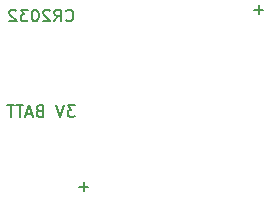
<source format=gbo>
G04 #@! TF.FileFunction,Legend,Bot*
%FSLAX46Y46*%
G04 Gerber Fmt 4.6, Leading zero omitted, Abs format (unit mm)*
G04 Created by KiCad (PCBNEW 4.0.1-3.201512221402+6198~38~ubuntu14.04.1-stable) date Mon 29 Feb 2016 11:09:00 PM PST*
%MOMM*%
G01*
G04 APERTURE LIST*
%ADD10C,0.100000*%
%ADD11C,0.150000*%
G04 APERTURE END LIST*
D10*
D11*
X125595238Y-85857143D02*
X125642857Y-85904762D01*
X125785714Y-85952381D01*
X125880952Y-85952381D01*
X126023810Y-85904762D01*
X126119048Y-85809524D01*
X126166667Y-85714286D01*
X126214286Y-85523810D01*
X126214286Y-85380952D01*
X126166667Y-85190476D01*
X126119048Y-85095238D01*
X126023810Y-85000000D01*
X125880952Y-84952381D01*
X125785714Y-84952381D01*
X125642857Y-85000000D01*
X125595238Y-85047619D01*
X124595238Y-85952381D02*
X124928572Y-85476190D01*
X125166667Y-85952381D02*
X125166667Y-84952381D01*
X124785714Y-84952381D01*
X124690476Y-85000000D01*
X124642857Y-85047619D01*
X124595238Y-85142857D01*
X124595238Y-85285714D01*
X124642857Y-85380952D01*
X124690476Y-85428571D01*
X124785714Y-85476190D01*
X125166667Y-85476190D01*
X124214286Y-85047619D02*
X124166667Y-85000000D01*
X124071429Y-84952381D01*
X123833333Y-84952381D01*
X123738095Y-85000000D01*
X123690476Y-85047619D01*
X123642857Y-85142857D01*
X123642857Y-85238095D01*
X123690476Y-85380952D01*
X124261905Y-85952381D01*
X123642857Y-85952381D01*
X123023810Y-84952381D02*
X122928571Y-84952381D01*
X122833333Y-85000000D01*
X122785714Y-85047619D01*
X122738095Y-85142857D01*
X122690476Y-85333333D01*
X122690476Y-85571429D01*
X122738095Y-85761905D01*
X122785714Y-85857143D01*
X122833333Y-85904762D01*
X122928571Y-85952381D01*
X123023810Y-85952381D01*
X123119048Y-85904762D01*
X123166667Y-85857143D01*
X123214286Y-85761905D01*
X123261905Y-85571429D01*
X123261905Y-85333333D01*
X123214286Y-85142857D01*
X123166667Y-85047619D01*
X123119048Y-85000000D01*
X123023810Y-84952381D01*
X122357143Y-84952381D02*
X121738095Y-84952381D01*
X122071429Y-85333333D01*
X121928571Y-85333333D01*
X121833333Y-85380952D01*
X121785714Y-85428571D01*
X121738095Y-85523810D01*
X121738095Y-85761905D01*
X121785714Y-85857143D01*
X121833333Y-85904762D01*
X121928571Y-85952381D01*
X122214286Y-85952381D01*
X122309524Y-85904762D01*
X122357143Y-85857143D01*
X121357143Y-85047619D02*
X121309524Y-85000000D01*
X121214286Y-84952381D01*
X120976190Y-84952381D01*
X120880952Y-85000000D01*
X120833333Y-85047619D01*
X120785714Y-85142857D01*
X120785714Y-85238095D01*
X120833333Y-85380952D01*
X121404762Y-85952381D01*
X120785714Y-85952381D01*
X126333334Y-93052381D02*
X125714286Y-93052381D01*
X126047620Y-93433333D01*
X125904762Y-93433333D01*
X125809524Y-93480952D01*
X125761905Y-93528571D01*
X125714286Y-93623810D01*
X125714286Y-93861905D01*
X125761905Y-93957143D01*
X125809524Y-94004762D01*
X125904762Y-94052381D01*
X126190477Y-94052381D01*
X126285715Y-94004762D01*
X126333334Y-93957143D01*
X125428572Y-93052381D02*
X125095239Y-94052381D01*
X124761905Y-93052381D01*
X123333333Y-93528571D02*
X123190476Y-93576190D01*
X123142857Y-93623810D01*
X123095238Y-93719048D01*
X123095238Y-93861905D01*
X123142857Y-93957143D01*
X123190476Y-94004762D01*
X123285714Y-94052381D01*
X123666667Y-94052381D01*
X123666667Y-93052381D01*
X123333333Y-93052381D01*
X123238095Y-93100000D01*
X123190476Y-93147619D01*
X123142857Y-93242857D01*
X123142857Y-93338095D01*
X123190476Y-93433333D01*
X123238095Y-93480952D01*
X123333333Y-93528571D01*
X123666667Y-93528571D01*
X122714286Y-93766667D02*
X122238095Y-93766667D01*
X122809524Y-94052381D02*
X122476191Y-93052381D01*
X122142857Y-94052381D01*
X121952381Y-93052381D02*
X121380952Y-93052381D01*
X121666667Y-94052381D02*
X121666667Y-93052381D01*
X121190476Y-93052381D02*
X120619047Y-93052381D01*
X120904762Y-94052381D02*
X120904762Y-93052381D01*
X142280952Y-84971429D02*
X141519047Y-84971429D01*
X141899999Y-85352381D02*
X141899999Y-84590476D01*
X127480952Y-99971429D02*
X126719047Y-99971429D01*
X127099999Y-100352381D02*
X127099999Y-99590476D01*
M02*

</source>
